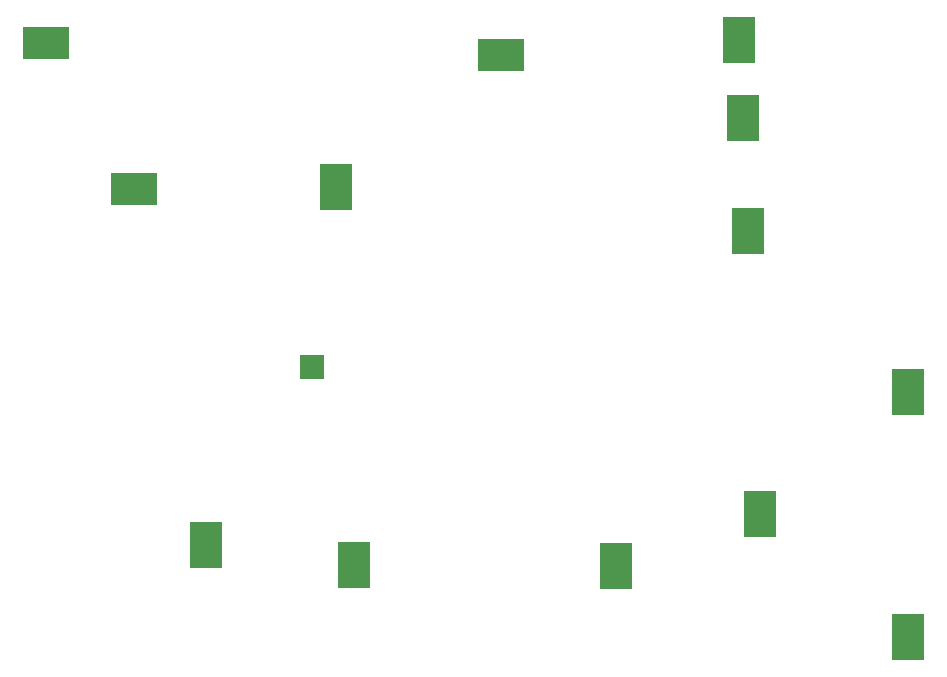
<source format=gbp>
G04 #@! TF.FileFunction,Paste,Bot*
%FSLAX46Y46*%
G04 Gerber Fmt 4.6, Leading zero omitted, Abs format (unit mm)*
G04 Created by KiCad (PCBNEW 4.0.6-e0-6349~53~ubuntu16.04.1) date Sat Aug  5 15:27:13 2017*
%MOMM*%
%LPD*%
G01*
G04 APERTURE LIST*
%ADD10C,0.150000*%
%ADD11R,1.999488X1.999488*%
%ADD12R,2.400000X2.400000*%
%ADD13R,2.720000X4.000000*%
%ADD14R,4.000000X2.720000*%
G04 APERTURE END LIST*
D10*
D11*
X127010000Y-89430000D03*
D12*
X118000000Y-104500000D03*
D13*
X118000000Y-104500000D03*
D12*
X130525000Y-106175000D03*
D13*
X130525000Y-106175000D03*
D12*
X152750000Y-106270000D03*
D13*
X152750000Y-106270000D03*
D12*
X164900000Y-101880000D03*
D13*
X164900000Y-101880000D03*
D12*
X177450000Y-112290000D03*
D13*
X177450000Y-112290000D03*
D12*
X177500000Y-91550000D03*
D13*
X177500000Y-91550000D03*
D12*
X163900000Y-77900000D03*
D13*
X163900000Y-77900000D03*
D12*
X163475000Y-68350000D03*
D13*
X163475000Y-68350000D03*
D12*
X163200000Y-61700000D03*
D13*
X163200000Y-61700000D03*
D12*
X143000000Y-63000000D03*
D14*
X143000000Y-63000000D03*
D12*
X129025000Y-74150000D03*
D13*
X129025000Y-74150000D03*
D12*
X111900000Y-74300000D03*
D14*
X111900000Y-74300000D03*
D12*
X104500000Y-62000000D03*
D14*
X104500000Y-62000000D03*
M02*

</source>
